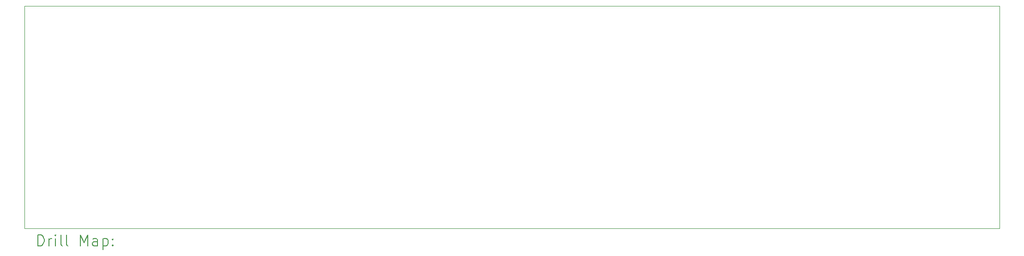
<source format=gbr>
%TF.GenerationSoftware,KiCad,Pcbnew,7.0.1*%
%TF.CreationDate,2023-10-11T19:04:15-05:00*%
%TF.ProjectId,FLED_Board,464c4544-5f42-46f6-9172-642e6b696361,1*%
%TF.SameCoordinates,Original*%
%TF.FileFunction,Drillmap*%
%TF.FilePolarity,Positive*%
%FSLAX45Y45*%
G04 Gerber Fmt 4.5, Leading zero omitted, Abs format (unit mm)*
G04 Created by KiCad (PCBNEW 7.0.1) date 2023-10-11 19:04:15*
%MOMM*%
%LPD*%
G01*
G04 APERTURE LIST*
%ADD10C,0.100000*%
%ADD11C,0.200000*%
G04 APERTURE END LIST*
D10*
X29934500Y-2000000D02*
X29934500Y-6089400D01*
X12065500Y-2000000D02*
X12065500Y-2000000D01*
X29934500Y-6089400D02*
X12065500Y-6089400D01*
X12065500Y-2000000D02*
X29934500Y-2000000D01*
X12065500Y-6089400D02*
X12065500Y-2000000D01*
D11*
X12308119Y-6406924D02*
X12308119Y-6206924D01*
X12308119Y-6206924D02*
X12355738Y-6206924D01*
X12355738Y-6206924D02*
X12384309Y-6216448D01*
X12384309Y-6216448D02*
X12403357Y-6235495D01*
X12403357Y-6235495D02*
X12412881Y-6254543D01*
X12412881Y-6254543D02*
X12422405Y-6292638D01*
X12422405Y-6292638D02*
X12422405Y-6321209D01*
X12422405Y-6321209D02*
X12412881Y-6359305D01*
X12412881Y-6359305D02*
X12403357Y-6378352D01*
X12403357Y-6378352D02*
X12384309Y-6397400D01*
X12384309Y-6397400D02*
X12355738Y-6406924D01*
X12355738Y-6406924D02*
X12308119Y-6406924D01*
X12508119Y-6406924D02*
X12508119Y-6273590D01*
X12508119Y-6311686D02*
X12517643Y-6292638D01*
X12517643Y-6292638D02*
X12527167Y-6283114D01*
X12527167Y-6283114D02*
X12546214Y-6273590D01*
X12546214Y-6273590D02*
X12565262Y-6273590D01*
X12631928Y-6406924D02*
X12631928Y-6273590D01*
X12631928Y-6206924D02*
X12622405Y-6216448D01*
X12622405Y-6216448D02*
X12631928Y-6225971D01*
X12631928Y-6225971D02*
X12641452Y-6216448D01*
X12641452Y-6216448D02*
X12631928Y-6206924D01*
X12631928Y-6206924D02*
X12631928Y-6225971D01*
X12755738Y-6406924D02*
X12736690Y-6397400D01*
X12736690Y-6397400D02*
X12727167Y-6378352D01*
X12727167Y-6378352D02*
X12727167Y-6206924D01*
X12860500Y-6406924D02*
X12841452Y-6397400D01*
X12841452Y-6397400D02*
X12831928Y-6378352D01*
X12831928Y-6378352D02*
X12831928Y-6206924D01*
X13089071Y-6406924D02*
X13089071Y-6206924D01*
X13089071Y-6206924D02*
X13155738Y-6349781D01*
X13155738Y-6349781D02*
X13222405Y-6206924D01*
X13222405Y-6206924D02*
X13222405Y-6406924D01*
X13403357Y-6406924D02*
X13403357Y-6302162D01*
X13403357Y-6302162D02*
X13393833Y-6283114D01*
X13393833Y-6283114D02*
X13374786Y-6273590D01*
X13374786Y-6273590D02*
X13336690Y-6273590D01*
X13336690Y-6273590D02*
X13317643Y-6283114D01*
X13403357Y-6397400D02*
X13384309Y-6406924D01*
X13384309Y-6406924D02*
X13336690Y-6406924D01*
X13336690Y-6406924D02*
X13317643Y-6397400D01*
X13317643Y-6397400D02*
X13308119Y-6378352D01*
X13308119Y-6378352D02*
X13308119Y-6359305D01*
X13308119Y-6359305D02*
X13317643Y-6340257D01*
X13317643Y-6340257D02*
X13336690Y-6330733D01*
X13336690Y-6330733D02*
X13384309Y-6330733D01*
X13384309Y-6330733D02*
X13403357Y-6321209D01*
X13498595Y-6273590D02*
X13498595Y-6473590D01*
X13498595Y-6283114D02*
X13517643Y-6273590D01*
X13517643Y-6273590D02*
X13555738Y-6273590D01*
X13555738Y-6273590D02*
X13574786Y-6283114D01*
X13574786Y-6283114D02*
X13584309Y-6292638D01*
X13584309Y-6292638D02*
X13593833Y-6311686D01*
X13593833Y-6311686D02*
X13593833Y-6368828D01*
X13593833Y-6368828D02*
X13584309Y-6387876D01*
X13584309Y-6387876D02*
X13574786Y-6397400D01*
X13574786Y-6397400D02*
X13555738Y-6406924D01*
X13555738Y-6406924D02*
X13517643Y-6406924D01*
X13517643Y-6406924D02*
X13498595Y-6397400D01*
X13679548Y-6387876D02*
X13689071Y-6397400D01*
X13689071Y-6397400D02*
X13679548Y-6406924D01*
X13679548Y-6406924D02*
X13670024Y-6397400D01*
X13670024Y-6397400D02*
X13679548Y-6387876D01*
X13679548Y-6387876D02*
X13679548Y-6406924D01*
X13679548Y-6283114D02*
X13689071Y-6292638D01*
X13689071Y-6292638D02*
X13679548Y-6302162D01*
X13679548Y-6302162D02*
X13670024Y-6292638D01*
X13670024Y-6292638D02*
X13679548Y-6283114D01*
X13679548Y-6283114D02*
X13679548Y-6302162D01*
M02*

</source>
